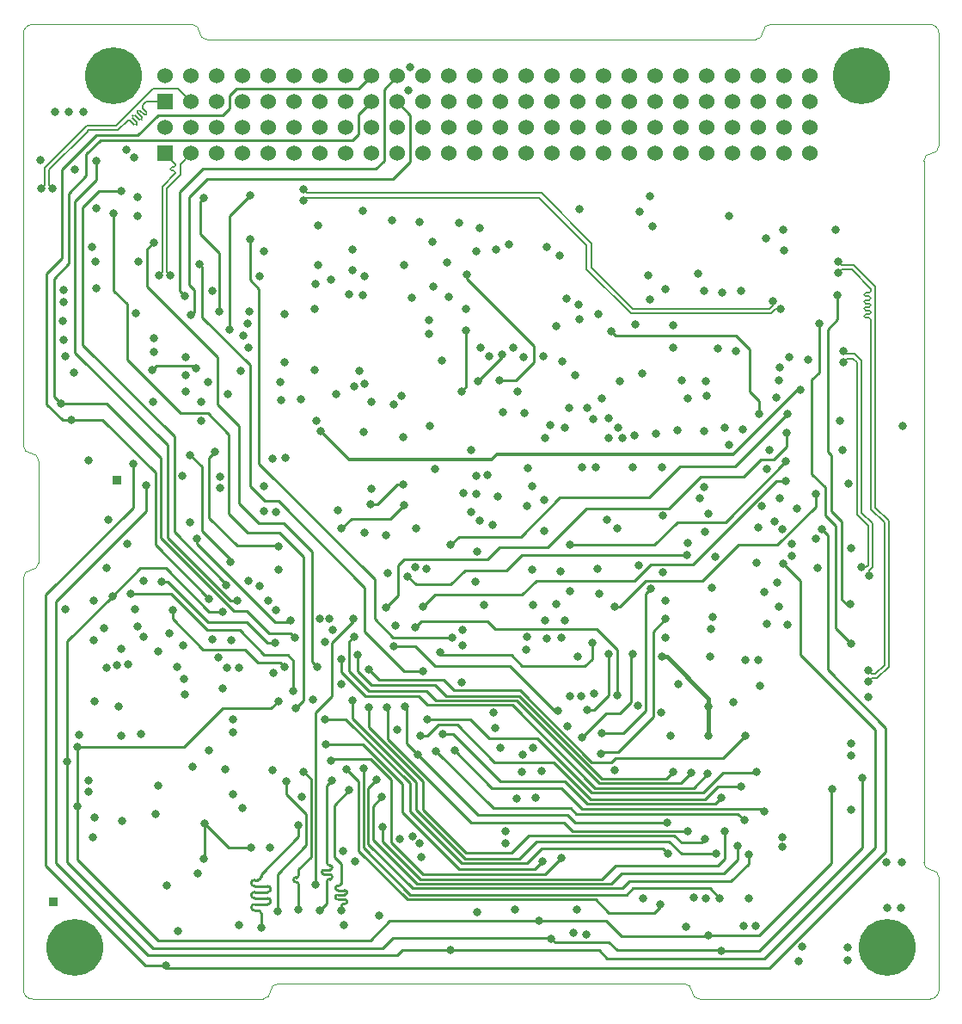
<source format=gbr>
%TF.GenerationSoftware,KiCad,Pcbnew,6.0.7-f9a2dced07~116~ubuntu20.04.1*%
%TF.CreationDate,2022-10-11T04:26:53+03:00*%
%TF.ProjectId,obc-adcs-board,6f62632d-6164-4637-932d-626f6172642e,rev?*%
%TF.SameCoordinates,PX3e2df80PY83e4a60*%
%TF.FileFunction,Copper,L3,Inr*%
%TF.FilePolarity,Positive*%
%FSLAX46Y46*%
G04 Gerber Fmt 4.6, Leading zero omitted, Abs format (unit mm)*
G04 Created by KiCad (PCBNEW 6.0.7-f9a2dced07~116~ubuntu20.04.1) date 2022-10-11 04:26:53*
%MOMM*%
%LPD*%
G01*
G04 APERTURE LIST*
%TA.AperFunction,Profile*%
%ADD10C,0.100000*%
%TD*%
%TA.AperFunction,ComponentPad*%
%ADD11C,5.600000*%
%TD*%
%TA.AperFunction,ComponentPad*%
%ADD12R,0.850000X0.850000*%
%TD*%
%TA.AperFunction,ComponentPad*%
%ADD13R,1.530000X1.530000*%
%TD*%
%TA.AperFunction,ComponentPad*%
%ADD14C,1.530000*%
%TD*%
%TA.AperFunction,ViaPad*%
%ADD15C,0.800000*%
%TD*%
%TA.AperFunction,Conductor*%
%ADD16C,0.400000*%
%TD*%
%TA.AperFunction,Conductor*%
%ADD17C,0.350000*%
%TD*%
%TA.AperFunction,Conductor*%
%ADD18C,0.250000*%
%TD*%
%TA.AperFunction,Conductor*%
%ADD19C,0.150000*%
%TD*%
G04 APERTURE END LIST*
D10*
X1600000Y43065000D02*
X1600000Y53065000D01*
X66685000Y120000D02*
X89370000Y120000D01*
X850000Y42315000D02*
G75*
G03*
X100000Y41565000I0J-750000D01*
G01*
X65935000Y870000D02*
G75*
G03*
X65185000Y1620000I-750000J0D01*
G01*
X72185000Y94510000D02*
G75*
G03*
X72935000Y95260000I0J750000D01*
G01*
X90270000Y12065000D02*
X90270000Y1020000D01*
X850000Y42315000D02*
G75*
G03*
X1600000Y43065000I0J750000D01*
G01*
X25185000Y1620000D02*
G75*
G03*
X24435000Y870000I0J-750000D01*
G01*
X18185000Y94510000D02*
X72185000Y94510000D01*
X100000Y41565000D02*
X100000Y1010000D01*
X73685000Y96010000D02*
G75*
G03*
X72935000Y95260000I0J-750000D01*
G01*
X1000000Y96010000D02*
G75*
G03*
X100000Y95110000I0J-900000D01*
G01*
X100000Y1010000D02*
G75*
G03*
X1000000Y110000I900000J0D01*
G01*
X88770000Y13565000D02*
X88770000Y82565000D01*
X90270000Y12065000D02*
G75*
G03*
X89520000Y12815000I-750000J0D01*
G01*
X89520000Y83315000D02*
G75*
G03*
X88770000Y82565000I0J-750000D01*
G01*
X88770000Y13565000D02*
G75*
G03*
X89520000Y12815000I750000J0D01*
G01*
X25185000Y1620000D02*
X65185000Y1620000D01*
X73685000Y96010000D02*
X89370000Y96010000D01*
X89520000Y83315000D02*
G75*
G03*
X90270000Y84065000I0J750000D01*
G01*
X89370000Y120000D02*
G75*
G03*
X90270000Y1020000I0J900000D01*
G01*
X1600000Y53065000D02*
G75*
G03*
X850000Y53815000I-750000J0D01*
G01*
X23685000Y120000D02*
G75*
G03*
X24435000Y870000I0J750000D01*
G01*
X90270000Y95110000D02*
G75*
G03*
X89370000Y96010000I-900000J0D01*
G01*
X17435000Y95260000D02*
G75*
G03*
X18185000Y94510000I750000J0D01*
G01*
X100000Y54565000D02*
G75*
G03*
X850000Y53815000I750000J0D01*
G01*
X1000000Y96010000D02*
X16685000Y96010000D01*
X90270000Y95110000D02*
X90270000Y84065000D01*
X100000Y95110000D02*
X100000Y54565000D01*
X17435000Y95260000D02*
G75*
G03*
X16685000Y96010000I-750000J0D01*
G01*
X23685000Y120000D02*
X1000000Y110000D01*
X65935000Y870000D02*
G75*
G03*
X66685000Y120000I750000J0D01*
G01*
D11*
%TO.N,unconnected-(H4-Pad1)*%
%TO.C,H2*%
X82630000Y90930000D03*
%TD*%
%TO.N,unconnected-(H1-Pad1)*%
%TO.C,H3*%
X5180000Y5190000D03*
%TD*%
%TO.N,AC_GND_2*%
%TO.C,H4*%
X85170000Y5210000D03*
%TD*%
%TO.N,AC_GND_1*%
%TO.C,H1*%
X8990000Y90930000D03*
%TD*%
D12*
%TO.N,/OBC module/3V3_PROT*%
%TO.C,J10*%
X3000000Y9700000D03*
%TD*%
D13*
%TO.N,CAN1-*%
%TO.C,J1*%
X14048000Y83309000D03*
D14*
%TO.N,unconnected-(J1-Pad02)*%
X14048000Y85849000D03*
%TO.N,CAN1+*%
X16588000Y83309000D03*
%TO.N,unconnected-(J1-Pad04)*%
X16588000Y85849000D03*
%TO.N,unconnected-(J1-Pad05)*%
X19128000Y83309000D03*
%TO.N,unconnected-(J1-Pad06)*%
X19128000Y85849000D03*
%TO.N,unconnected-(J1-Pad07)*%
X21668000Y83309000D03*
%TO.N,unconnected-(J1-Pad08)*%
X21668000Y85849000D03*
%TO.N,unconnected-(J1-Pad09)*%
X24208000Y83309000D03*
%TO.N,unconnected-(J1-Pad10)*%
X24208000Y85849000D03*
%TO.N,unconnected-(J1-Pad11)*%
X26748000Y83309000D03*
%TO.N,unconnected-(J1-Pad12)*%
X26748000Y85849000D03*
%TO.N,unconnected-(J1-Pad13)*%
X29288000Y83309000D03*
%TO.N,unconnected-(J1-Pad14)*%
X29288000Y85849000D03*
%TO.N,unconnected-(J1-Pad15)*%
X31828000Y83309000D03*
%TO.N,unconnected-(J1-Pad16)*%
X31828000Y85849000D03*
%TO.N,unconnected-(J1-Pad17)*%
X34368000Y83309000D03*
%TO.N,unconnected-(J1-Pad18)*%
X34368000Y85849000D03*
%TO.N,unconnected-(J1-Pad19)*%
X36908000Y83309000D03*
%TO.N,unconnected-(J1-Pad20)*%
X36908000Y85849000D03*
%TO.N,unconnected-(J1-Pad21)*%
X39448000Y83309000D03*
%TO.N,unconnected-(J1-Pad22)*%
X39448000Y85849000D03*
%TO.N,unconnected-(J1-Pad23)*%
X41988000Y83309000D03*
%TO.N,unconnected-(J1-Pad24)*%
X41988000Y85849000D03*
%TO.N,unconnected-(J1-Pad25)*%
X44528000Y83309000D03*
%TO.N,unconnected-(J1-Pad26)*%
X44528000Y85849000D03*
%TO.N,unconnected-(J1-Pad27)*%
X47068000Y83309000D03*
%TO.N,unconnected-(J1-Pad28)*%
X47068000Y85849000D03*
%TO.N,unconnected-(J1-Pad29)*%
X49608000Y83309000D03*
%TO.N,unconnected-(J1-Pad30)*%
X49608000Y85849000D03*
%TO.N,unconnected-(J1-Pad31)*%
X52148000Y83309000D03*
%TO.N,unconnected-(J1-Pad32)*%
X52148000Y85849000D03*
%TO.N,unconnected-(J1-Pad33)*%
X54688000Y83309000D03*
%TO.N,unconnected-(J1-Pad34)*%
X54688000Y85849000D03*
%TO.N,unconnected-(J1-Pad35)*%
X57228000Y83309000D03*
%TO.N,unconnected-(J1-Pad36)*%
X57228000Y85849000D03*
%TO.N,unconnected-(J1-Pad37)*%
X59768000Y83309000D03*
%TO.N,unconnected-(J1-Pad38)*%
X59768000Y85849000D03*
%TO.N,unconnected-(J1-Pad39)*%
X62308000Y83309000D03*
%TO.N,unconnected-(J1-Pad40)*%
X62308000Y85849000D03*
%TO.N,/I2C_MTQ_SDA*%
X64848000Y83309000D03*
%TO.N,unconnected-(J1-Pad42)*%
X64848000Y85849000D03*
%TO.N,/I2C_MTQ_SCK*%
X67388000Y83309000D03*
%TO.N,unconnected-(J1-Pad44)*%
X67388000Y85849000D03*
%TO.N,GND*%
X69928000Y83309000D03*
X69928000Y85849000D03*
%TO.N,/EPS_3V3_ADCS*%
X72468000Y83309000D03*
%TO.N,/EPS_3V3_SU*%
X72468000Y85849000D03*
%TO.N,/EPS_3V3_OBC*%
X75008000Y83309000D03*
%TO.N,/EPS_3V3_RW*%
X75008000Y85849000D03*
%TO.N,unconnected-(J1-Pad51)*%
X77548000Y83309000D03*
%TO.N,/EPS_5V_SU*%
X77548000Y85849000D03*
%TD*%
D13*
%TO.N,CAN2-*%
%TO.C,J2*%
X14048000Y88389000D03*
D14*
%TO.N,unconnected-(J5-Pad02)*%
X14048000Y90929000D03*
%TO.N,CAN2+*%
X16588000Y88389000D03*
%TO.N,unconnected-(J5-Pad04)*%
X16588000Y90929000D03*
%TO.N,unconnected-(J5-Pad05)*%
X19128000Y88389000D03*
%TO.N,unconnected-(J5-Pad06)*%
X19128000Y90929000D03*
%TO.N,unconnected-(J5-Pad07)*%
X21668000Y88389000D03*
%TO.N,unconnected-(J5-Pad08)*%
X21668000Y90929000D03*
%TO.N,unconnected-(J5-Pad09)*%
X24208000Y88389000D03*
%TO.N,unconnected-(J5-Pad10)*%
X24208000Y90929000D03*
%TO.N,unconnected-(J5-Pad11)*%
X26748000Y88389000D03*
%TO.N,unconnected-(J5-Pad12)*%
X26748000Y90929000D03*
%TO.N,unconnected-(J5-Pad13)*%
X29288000Y88389000D03*
%TO.N,unconnected-(J5-Pad14)*%
X29288000Y90929000D03*
%TO.N,unconnected-(J5-Pad15)*%
X31828000Y88389000D03*
%TO.N,unconnected-(J5-Pad16)*%
X31828000Y90929000D03*
%TO.N,/OBC_UART_TX*%
X34368000Y88389000D03*
%TO.N,/OBC_UART_RX*%
X34368000Y90929000D03*
%TO.N,/ADCS_UART_TX*%
X36908000Y88389000D03*
%TO.N,/ADCS_UART_RX*%
X36908000Y90929000D03*
%TO.N,unconnected-(J5-Pad21)*%
X39448000Y88389000D03*
%TO.N,unconnected-(J5-Pad22)*%
X39448000Y90929000D03*
%TO.N,unconnected-(J5-Pad23)*%
X41988000Y88389000D03*
%TO.N,unconnected-(J5-Pad24)*%
X41988000Y90929000D03*
%TO.N,unconnected-(J5-Pad25)*%
X44528000Y88389000D03*
%TO.N,unconnected-(J5-Pad26)*%
X44528000Y90929000D03*
%TO.N,unconnected-(J5-Pad27)*%
X47068000Y88389000D03*
%TO.N,unconnected-(J5-Pad28)*%
X47068000Y90929000D03*
%TO.N,GND*%
X49608000Y88389000D03*
X49608000Y90929000D03*
X52148000Y88389000D03*
X52148000Y90929000D03*
%TO.N,unconnected-(J5-Pad33)*%
X54688000Y88389000D03*
%TO.N,unconnected-(J5-Pad34)*%
X54688000Y90929000D03*
%TO.N,unconnected-(J5-Pad35)*%
X57228000Y88389000D03*
%TO.N,unconnected-(J5-Pad36)*%
X57228000Y90929000D03*
%TO.N,unconnected-(J5-Pad37)*%
X59768000Y88389000D03*
%TO.N,unconnected-(J5-Pad38)*%
X59768000Y90929000D03*
%TO.N,unconnected-(J5-Pad39)*%
X62308000Y88389000D03*
%TO.N,unconnected-(J5-Pad40)*%
X62308000Y90929000D03*
%TO.N,unconnected-(J5-Pad41)*%
X64848000Y88389000D03*
%TO.N,unconnected-(J5-Pad42)*%
X64848000Y90929000D03*
%TO.N,unconnected-(J5-Pad43)*%
X67388000Y88389000D03*
%TO.N,unconnected-(J5-Pad44)*%
X67388000Y90929000D03*
%TO.N,unconnected-(J5-Pad45)*%
X69928000Y88389000D03*
%TO.N,unconnected-(J5-Pad46)*%
X69928000Y90929000D03*
%TO.N,/EPS_5V_PANELS*%
X72468000Y88389000D03*
%TO.N,/EPS_5V_ADM*%
X72468000Y90929000D03*
%TO.N,/EPS_12V_SU*%
X75008000Y88389000D03*
%TO.N,unconnected-(J5-Pad50)*%
X75008000Y90929000D03*
%TO.N,/EPS_5V_ADM*%
X77548000Y88389000D03*
%TO.N,unconnected-(J5-Pad52)*%
X77548000Y90929000D03*
%TD*%
D12*
%TO.N,/ADCS_VDD*%
%TO.C,J18*%
X9300000Y51200000D03*
%TD*%
D15*
%TO.N,/OBC module/3V3_LCLPROT_NAND*%
X19450000Y51500000D03*
X47298620Y57825500D03*
%TO.N,GND*%
X81600000Y18700000D03*
X47600000Y16600000D03*
X25200000Y42400000D03*
X33550000Y69400000D03*
X23800000Y48100000D03*
X35150000Y8300000D03*
X10300000Y44900000D03*
X43411765Y49939356D03*
X15273056Y32773056D03*
X74800000Y16000000D03*
X48300000Y64200000D03*
X72600000Y30900000D03*
X75000000Y73800000D03*
X74950000Y75800000D03*
X11450000Y72650000D03*
X74100000Y47100000D03*
X55000000Y29900000D03*
X22300000Y41300000D03*
X33550000Y77700000D03*
X67800000Y36500000D03*
X64100000Y66400000D03*
X44800000Y44125500D03*
X67300000Y60900000D03*
X28800000Y68000000D03*
X11100000Y38500000D03*
X32650000Y60400000D03*
X81600000Y44500000D03*
X76775000Y5300000D03*
X49400000Y57800000D03*
X5200000Y81700000D03*
X65350000Y7200000D03*
X43366241Y34898540D03*
X21740000Y65430000D03*
X50254992Y38855008D03*
X75775500Y43700000D03*
X83300000Y29800000D03*
X8500000Y47300000D03*
X68000000Y37700000D03*
X81600000Y25300000D03*
X30600000Y36400000D03*
X38674500Y42600000D03*
X58700000Y56350000D03*
X6500000Y53100000D03*
X58600000Y46400000D03*
X15975980Y30075517D03*
X70750000Y69800000D03*
X46000000Y63400000D03*
X61000000Y61700000D03*
X67550000Y47900000D03*
X67687701Y33787701D03*
X28920000Y56990000D03*
X7200000Y72700000D03*
X76475000Y3800000D03*
X12950000Y65100000D03*
X59050000Y55300000D03*
X47900000Y74400000D03*
X51390000Y49199989D03*
X54600000Y8900000D03*
X29775500Y35249989D03*
X21350000Y7400000D03*
X40000000Y66900000D03*
X4100000Y65000000D03*
X16074000Y63300000D03*
X53900000Y29900000D03*
X17600000Y57000000D03*
X4100000Y68700000D03*
X24200000Y39275500D03*
X48550000Y8900000D03*
X38800000Y46400000D03*
X56250000Y57150000D03*
X29250000Y37550000D03*
X44800000Y8700000D03*
X34400000Y50350000D03*
X11300000Y36800000D03*
X48700000Y19826944D03*
X33723056Y60676944D03*
X44710000Y51560000D03*
X46650000Y73900000D03*
X38150000Y91850000D03*
X44200000Y54100000D03*
X17250000Y12500000D03*
X47100000Y24800000D03*
X66100000Y10100000D03*
X69600000Y54649500D03*
X45449500Y38925500D03*
X25000000Y48000000D03*
X41300000Y62950000D03*
X6500000Y20500000D03*
X10400000Y33050000D03*
X25800000Y67470000D03*
X33675500Y46000000D03*
X53400000Y56350000D03*
X73200000Y75000000D03*
X28900000Y70499500D03*
X6900000Y16000000D03*
X9300000Y32950000D03*
X8300000Y32700000D03*
X21700000Y18900000D03*
X62387701Y55712299D03*
X81324500Y50800000D03*
X53100000Y35700000D03*
X38000000Y89500000D03*
X80124500Y75800000D03*
X25800000Y62800000D03*
X55571636Y6503924D03*
X66500000Y71500000D03*
X39100000Y76600000D03*
X49250000Y24174500D03*
X35850000Y45750000D03*
X19500000Y50400000D03*
X64600000Y31100000D03*
X30250000Y37500000D03*
X64100000Y64200000D03*
X67100000Y56000000D03*
X23800000Y50600000D03*
X72500000Y33438030D03*
X49700000Y35800000D03*
X37600008Y72300000D03*
X80550000Y57000000D03*
X69600000Y77200000D03*
X44230000Y48000000D03*
X38400000Y16150000D03*
X24600000Y22600000D03*
X5540500Y26100000D03*
X31700000Y7400000D03*
X8300000Y42500000D03*
X40000000Y65589500D03*
X65500000Y44950000D03*
X18675500Y69800000D03*
X51500000Y37400000D03*
X15300000Y6800000D03*
X37300000Y59500000D03*
X86600000Y13600000D03*
X22150000Y66575000D03*
X63800000Y26000000D03*
X78100000Y45400000D03*
X15750000Y51550000D03*
X20700000Y27600000D03*
X60700000Y42800000D03*
X74800000Y15100000D03*
X27500000Y20000000D03*
X20150000Y32700000D03*
X19300000Y33750000D03*
X23400000Y71200000D03*
X1800000Y82700000D03*
X25875431Y53399971D03*
X45000000Y47200000D03*
X16100000Y61500000D03*
X67400000Y59500000D03*
X31600000Y14700000D03*
X7000000Y35400000D03*
X85100000Y13600000D03*
X52950000Y73250000D03*
X43373809Y36404080D03*
X53600000Y69025500D03*
X72200000Y7350000D03*
X75550000Y63250000D03*
X74600000Y49400000D03*
X16500000Y47000000D03*
X40500000Y70200000D03*
X39150000Y15450000D03*
X24700000Y32224500D03*
X22375500Y67800000D03*
X56503904Y52400000D03*
X11190000Y67560000D03*
X42000000Y69200000D03*
X8000000Y36600000D03*
X51450000Y55350000D03*
X52600000Y66300000D03*
X46350000Y28324500D03*
X66750000Y49350000D03*
X74550000Y62250000D03*
X16100000Y59900000D03*
X13100000Y18300000D03*
X73050000Y40200000D03*
X63050000Y47675500D03*
X36702141Y36857492D03*
X54900000Y67000000D03*
X73303571Y37000000D03*
X74850000Y46350000D03*
X44700000Y73700000D03*
X68200000Y43600000D03*
X64900000Y61000000D03*
X33700000Y71249511D03*
X60598056Y29001944D03*
%TO.N,/ADCS_VDD*%
X11900000Y41300000D03*
X64500000Y56100000D03*
X7300000Y77900000D03*
X44710000Y49800000D03*
X67100000Y69800000D03*
X60400000Y66500000D03*
X52000000Y56550000D03*
X69150000Y56300000D03*
X58300000Y22600000D03*
X68900000Y69600000D03*
X75775500Y44900000D03*
X44600000Y41200000D03*
X70950000Y56200000D03*
X4200000Y63400000D03*
X73300000Y52300000D03*
X36550000Y58600000D03*
X76300000Y48400000D03*
X74350000Y41100000D03*
X74500000Y38700000D03*
X31100000Y48200000D03*
X75350000Y36950000D03*
X23800000Y73700000D03*
X70000000Y29300000D03*
X65500000Y59200000D03*
X57100000Y59200000D03*
X55600000Y58250000D03*
X7240000Y70070000D03*
X77400000Y63000000D03*
X53800000Y58300000D03*
X24600000Y53300000D03*
X46600000Y26800000D03*
X61800000Y68974500D03*
X61600000Y71300000D03*
X56300000Y30200000D03*
X71500000Y10000000D03*
X63300000Y70000000D03*
X36400000Y76700000D03*
X12862299Y58862299D03*
X72800000Y48600000D03*
%TO.N,/OBC module/3V3_LCLPROT_MRAM*%
X67600000Y26000000D03*
X67600000Y28900000D03*
X62950000Y33800000D03*
%TO.N,/ADCS module/Microcontroller/MCU_VDDCORE*%
X62900000Y28300000D03*
X71200000Y33500000D03*
X45803305Y51672096D03*
X46280000Y46754500D03*
X53650000Y26975500D03*
X57700000Y55300000D03*
X72500000Y46500000D03*
X43300000Y31300000D03*
%TO.N,/OBC module/3V3_PROT*%
X57750000Y57250000D03*
X47600000Y15400000D03*
X72300000Y43000000D03*
X20700000Y26400000D03*
X17600000Y58900000D03*
X67300000Y10000000D03*
X49600000Y34500000D03*
X63100000Y42100000D03*
X9800000Y17600000D03*
X61100000Y10000000D03*
X23336186Y40776577D03*
X12950000Y63750000D03*
X19700000Y30700000D03*
X68496928Y64136036D03*
X20199500Y59600000D03*
X63300000Y39300000D03*
X51400000Y46200000D03*
X28800000Y62000000D03*
X56600000Y42450000D03*
X38350000Y69100000D03*
X60800000Y77600000D03*
X7000000Y39300000D03*
X24400000Y15000000D03*
X46800000Y49599500D03*
X18250000Y60800000D03*
X14200000Y11300000D03*
X67200000Y46050000D03*
X54400000Y61500000D03*
X20000000Y22700000D03*
X73600000Y54100000D03*
X18700000Y35500000D03*
X21537701Y61937701D03*
X20550000Y35430000D03*
X51650000Y74100000D03*
X45000000Y76000000D03*
X22300000Y64225000D03*
X45100000Y64200000D03*
X7100000Y18000000D03*
X74222701Y59300000D03*
X49200000Y22500000D03*
X39800000Y42449000D03*
X43000000Y76500000D03*
X32500000Y71800000D03*
X60100000Y52400000D03*
X67150000Y50450000D03*
X62050000Y76150000D03*
X63350000Y35650000D03*
X30900000Y59600000D03*
X50300000Y24850000D03*
X61800000Y79150000D03*
X37200000Y15900000D03*
%TO.N,/OBC module/MCU_VDDCORE*%
X36000000Y42000000D03*
X51600000Y35600000D03*
X39250000Y14050000D03*
X32800000Y13700000D03*
X20700000Y20300000D03*
X50500000Y19900000D03*
X21350000Y32700000D03*
%TO.N,ADM_PD*%
X76600000Y60100000D03*
X29400000Y56000000D03*
%TO.N,/ADCS module/MAG_FUSE*%
X11900000Y35800000D03*
X9500000Y28900000D03*
%TO.N,/EPS_3V3_OBC*%
X4100000Y69900000D03*
%TO.N,/EPS_3V3_ADCS*%
X4000000Y66800000D03*
%TO.N,/EPS_3V3_RW*%
X86700000Y56500000D03*
%TO.N,/OBC module/MEM_NAND_ENABLE_1*%
X25187701Y44687701D03*
X19000000Y54000000D03*
%TO.N,/OBC module/MEM_NAND_ENABLE_2*%
X16500000Y53650000D03*
X20450000Y43100000D03*
%TO.N,/OBC module/MEM_NAND_WR_PROTECT*%
X17200000Y45400000D03*
X26450000Y37400000D03*
%TO.N,/OBC module/MEM_D0*%
X38900000Y24150000D03*
X37700000Y28900000D03*
X63500000Y17500000D03*
%TO.N,/OBC module/MEM_D1*%
X65500000Y16600000D03*
X35900000Y28800000D03*
%TO.N,/OBC module/MEM_D2*%
X34100000Y28800000D03*
X67200000Y15850000D03*
%TO.N,/OBC module/MEM_D3*%
X32500000Y29500000D03*
X68300000Y14400000D03*
%TO.N,/OBC module/MEM_D4*%
X58600000Y30000000D03*
X38700000Y36700000D03*
%TO.N,/OBC module/MEM_D5*%
X37550000Y48700000D03*
X31375500Y33550000D03*
X31400000Y46400000D03*
X67500000Y22300000D03*
%TO.N,/OBC module/MEM_D6*%
X34250000Y48800000D03*
X37500000Y50750000D03*
X65831600Y22356199D03*
X32700000Y35800000D03*
%TO.N,/OBC module/MEM_D7*%
X64100000Y22500000D03*
X33009668Y33940332D03*
%TO.N,/OBC module/LCL_MRAM_SET*%
X61900000Y40500000D03*
X57100000Y26250000D03*
%TO.N,/OBC module/LCL_MRAM_RST*%
X63300000Y37500000D03*
X56950000Y24250000D03*
%TO.N,/OBC module/LCL_CAN_1_SET*%
X47004429Y60955706D03*
X43800000Y71400000D03*
%TO.N,/OBC module/LCL_CAN_1_RST*%
X43250000Y59925000D03*
X43700000Y65900000D03*
%TO.N,/OBC module/LCL_CAN1_OP-AMP_OUT*%
X58000000Y65800000D03*
X72550000Y57650000D03*
%TO.N,/I2C_MTQ_SDA*%
X78274500Y42500000D03*
X65400000Y43800000D03*
X37950000Y41724500D03*
%TO.N,/I2C_MTQ_SCK*%
X53900000Y40275500D03*
X24970104Y38375431D03*
X80800000Y54100000D03*
%TO.N,/OBC module/Connectors/SU_SWCLK*%
X80300000Y69350000D03*
X81549312Y38950688D03*
%TO.N,/OBC module/Connectors/SU_SWDIO*%
X81600000Y35100000D03*
X78450000Y66550000D03*
%TO.N,/ADCS_SWDIO*%
X10900000Y52800000D03*
X78729735Y46347576D03*
X14100000Y3400000D03*
%TO.N,/OBC_UART_TX*%
X3800000Y58700000D03*
X26850000Y35650000D03*
%TO.N,/OBC_UART_RX*%
X18400000Y39500000D03*
X4786638Y57093772D03*
%TO.N,/ADCS_UART_TX*%
X16600000Y67400000D03*
%TO.N,/ADCS_UART_RX*%
X16000000Y69300000D03*
%TO.N,/ADCS_SWCLK*%
X12200000Y50700000D03*
X74900000Y42950000D03*
X42200000Y4900000D03*
%TO.N,/ADCS_RESET*%
X5050000Y61750000D03*
X56800000Y40000000D03*
%TO.N,/EPS_5V_PANELS*%
X6510000Y21630000D03*
X71000000Y7300000D03*
X81600000Y24110000D03*
X54260000Y6670000D03*
%TO.N,/OBC module/MCU_SWCLK*%
X26700000Y30450000D03*
X10675000Y40000000D03*
%TO.N,/OBC module/MCU_SWDIO*%
X24900000Y35200000D03*
X13700000Y41200000D03*
%TO.N,/OBC module/ADM_DEPLOY_1*%
X75200000Y51100000D03*
X39450000Y38750000D03*
%TO.N,/OBC module/ADM_DEPLOY_2*%
X53900000Y44800000D03*
X75200000Y53000000D03*
%TO.N,/OBC module/ADM_DEPLOY_3*%
X56100000Y35200000D03*
X58300000Y38700000D03*
X41100000Y34200000D03*
X78100000Y49800000D03*
%TO.N,/OBC module/ADM_ENABLE_1*%
X42200000Y44800000D03*
X75350000Y57650000D03*
%TO.N,/OBC module/ADM_ENABLE_2*%
X75300000Y55850000D03*
X35800000Y38600000D03*
%TO.N,/OBC module/I2C_SDA_PANELS*%
X67600000Y6350000D03*
X5440000Y19060000D03*
X5440000Y24880000D03*
X79750000Y20740000D03*
X50900000Y7800000D03*
X25200000Y29400000D03*
%TO.N,/OBC module/I2C_SCK_PANELS*%
X8850000Y39750000D03*
X82700000Y21900000D03*
X52100000Y6050000D03*
X4410000Y23520000D03*
X68800000Y4850000D03*
X19700000Y38200000D03*
%TO.N,/OBC module/MCU_TRACECLK*%
X27200000Y17200000D03*
X23500000Y7100000D03*
%TO.N,/OBC module/MCU_TRACED_3*%
X26000000Y21500000D03*
X25126944Y8773056D03*
%TO.N,/OBC module/MCU_TRACED_2*%
X27200000Y8900000D03*
X27700000Y22500000D03*
%TO.N,/OBC module/MCU_TRACED_1*%
X29300000Y8800000D03*
X30500000Y21600000D03*
%TO.N,/OBC module/MCU_TRACED_0*%
X32200000Y20700000D03*
X31400000Y8800000D03*
%TO.N,/OBC module/MEM_MRAM_ENABLE*%
X62800000Y9400000D03*
X31900000Y22700000D03*
%TO.N,/OBC module/MEM_MRAM_WR_ENABLE*%
X33600000Y22800000D03*
X68700000Y10000000D03*
%TO.N,/ADCS module/Magnetometer/XINP*%
X7100000Y29400000D03*
X13400000Y21100000D03*
%TO.N,/ADCS module/Magnetometer/YINP*%
X18400000Y24600000D03*
X11700000Y26200000D03*
%TO.N,/ADCS module/Magnetometer/YINN*%
X16800000Y23000000D03*
X9700000Y26000000D03*
%TO.N,/ADCS module/I2C_SDA_SENS*%
X70250000Y63900000D03*
X74500000Y60950000D03*
X55150000Y52400000D03*
%TO.N,/ADCS module/MAG_CS*%
X15900000Y31600000D03*
X51100000Y22550000D03*
%TO.N,/ADCS module/GYR_MISO*%
X32200000Y69450000D03*
X49350000Y63250000D03*
X43700000Y68000000D03*
X30400000Y70900000D03*
X25450000Y59010000D03*
X41800000Y72600000D03*
%TO.N,/ADCS module/GYR_CS3*%
X57600000Y47300000D03*
X37500000Y55400000D03*
X40600000Y52300000D03*
X34400000Y58900000D03*
%TO.N,/ADCS module/GYR_CS2*%
X56700000Y67500000D03*
X58800000Y60900000D03*
%TO.N,/ADCS module/GYR_CS1*%
X60300000Y55600000D03*
X40100000Y56500000D03*
%TO.N,/OBC module/I2C_SDA_SENS*%
X17950000Y17400000D03*
X22550000Y15050000D03*
X17900000Y13950000D03*
%TO.N,/OBC module/LCL_PWM_CAN1*%
X44900000Y60900000D03*
X47200000Y63500000D03*
%TO.N,/OBC module/LCL_PWM_MRAM*%
X55150000Y25850000D03*
X60087299Y34087299D03*
%TO.N,/OBC module/LCL_PWM_NAND*%
X57700000Y34100000D03*
X55600000Y28600000D03*
%TO.N,/ADCS module/MAG_DRDY*%
X9700000Y34600000D03*
X36900000Y26600000D03*
%TO.N,/ADCS module/GYR_MOSI*%
X27400000Y59100000D03*
X54900000Y77800000D03*
X33200000Y61900000D03*
X53150000Y62850000D03*
X54800000Y68400000D03*
X48800000Y59900000D03*
X62950000Y52400000D03*
%TO.N,/ADCS module/GYR_SPCK*%
X29150000Y72350000D03*
X40400000Y74600000D03*
X51300000Y63400000D03*
X25400000Y60800000D03*
%TO.N,/ADCS module/MAG_SPCK*%
X28634668Y29565332D03*
X13386732Y34315109D03*
X54650000Y33850000D03*
%TO.N,/ADCS module/MAG_MOSI*%
X15800000Y34900000D03*
X53400000Y37400000D03*
X31400000Y31100000D03*
%TO.N,/ADCS module/MAG_MISO*%
X4252345Y38500000D03*
X14500000Y36100000D03*
X52600000Y39000000D03*
%TO.N,/OBC module/MEM_A20*%
X32550000Y37550000D03*
X28900000Y11400000D03*
%TO.N,/OBC module/MEM_A5*%
X35450000Y17050000D03*
X69200000Y16600000D03*
%TO.N,/OBC module/MEM_A6*%
X35400000Y20000000D03*
X70400000Y15200000D03*
%TO.N,/OBC module/MEM_A7*%
X34900000Y21700000D03*
X71500000Y14350000D03*
%TO.N,/OBC module/MEM_A8*%
X40750000Y24500000D03*
X71100000Y17700000D03*
%TO.N,/OBC module/MEM_A9*%
X73100000Y18600000D03*
X42550000Y24600000D03*
%TO.N,/OBC module/MEM_A10*%
X71200000Y26000000D03*
X34100000Y32500000D03*
%TO.N,/OBC module/MEM_A11*%
X72300000Y22500000D03*
X39887877Y27669050D03*
%TO.N,/OBC module/MEM_A12*%
X39200000Y26050000D03*
X70800000Y21000000D03*
%TO.N,/OBC module/MEM_A13*%
X68800000Y19900000D03*
X41400000Y26150000D03*
%TO.N,/OBC module/MEM_MRAM_OUT_ENABLE*%
X63600000Y14400000D03*
X29800000Y27650000D03*
%TO.N,/OBC module/MEM_A17*%
X53040000Y13980000D03*
X30350000Y23550000D03*
%TO.N,/OBC module/MEM_A18*%
X29900000Y25200000D03*
X51250000Y13700000D03*
%TO.N,/OBC module/MEM_A19*%
X52720273Y28469773D03*
X36600000Y34800000D03*
%TO.N,/ADCS module/CAN_TX_1*%
X49700000Y48600000D03*
X29150000Y76250000D03*
%TO.N,/ADCS module/CAN_RX_1*%
X50172201Y50544249D03*
X32500000Y73900000D03*
%TO.N,/ADCS module/CAN_TX_2*%
X67900000Y40600000D03*
X11300000Y77175500D03*
%TO.N,/ADCS module/CAN_RX_2*%
X6875394Y74124606D03*
X50200000Y42350000D03*
%TO.N,/ADCS module/CAN_FAULT_2*%
X33600000Y55900000D03*
X49800011Y52350000D03*
%TO.N,/ADCS module/CAN_SILENT_2*%
X53000000Y42200000D03*
X11370000Y79060000D03*
%TO.N,/OBC module/CAN_RX_2*%
X29000000Y32800000D03*
X12910498Y74524500D03*
%TO.N,/OBC module/CAN_FAULT_2*%
X20100000Y40850000D03*
X9700000Y79600000D03*
%TO.N,/OBC module/CAN_TX_1*%
X17400000Y72400000D03*
X39420000Y32380000D03*
%TO.N,/OBC module/CAN_RX_1*%
X42300000Y35700000D03*
X22400000Y74900000D03*
%TO.N,/OBC module/CAN_SILENT_1*%
X17900000Y78900000D03*
X19400000Y67800000D03*
%TO.N,/OBC module/CAN_FAULT_1*%
X22400000Y79200000D03*
X20400000Y66000000D03*
%TO.N,/OBC module/CAN_TX_2*%
X9000000Y77400000D03*
X26900000Y28700000D03*
%TO.N,/OBC module/CAN_SILENT_2*%
X7300000Y82600000D03*
X21200000Y39350000D03*
%TO.N,CAN1-*%
X73875055Y68797621D03*
X83405280Y41811091D03*
X13450000Y71304998D03*
X80849000Y63900000D03*
X27700000Y79750500D03*
%TO.N,CAN1+*%
X27700000Y78650500D03*
X80849000Y62800000D03*
X74652873Y68019803D03*
X14550000Y71304998D03*
X82627462Y42588909D03*
%TO.N,CAN2-*%
X2950000Y79900000D03*
X80325998Y71600000D03*
X10211091Y83658909D03*
X83337163Y32450000D03*
%TO.N,CAN2+*%
X1850000Y79900000D03*
X10988909Y82881091D03*
X83337163Y31350000D03*
X80325998Y72700000D03*
%TO.N,/OBC module/NRST_OBC*%
X25800000Y32800000D03*
X17100000Y62200000D03*
X12800000Y62000000D03*
X14800000Y38400000D03*
%TO.N,AC_GND_1*%
X4600000Y87400000D03*
X3200000Y87400000D03*
X6000000Y87400000D03*
%TO.N,AC_GND_2*%
X85200000Y9100000D03*
X81275000Y5200000D03*
X86500000Y9100000D03*
X81275000Y3900000D03*
%TD*%
D16*
%TO.N,/OBC module/3V3_LCLPROT_MRAM*%
X67600000Y29700000D02*
X67600000Y28900000D01*
X67600000Y26000000D02*
X67600000Y28900000D01*
X63500000Y33800000D02*
X67600000Y29700000D01*
X62950000Y33800000D02*
X63500000Y33800000D01*
D17*
%TO.N,ADM_PD*%
X32160000Y53240000D02*
X29400000Y56000000D01*
X70000000Y53700000D02*
X46700000Y53700000D01*
X46700000Y53700000D02*
X46240000Y53240000D01*
X76600000Y60100000D02*
X76400000Y60100000D01*
X46240000Y53240000D02*
X32160000Y53240000D01*
X76400000Y60100000D02*
X70000000Y53700000D01*
D18*
%TO.N,/OBC module/MEM_NAND_ENABLE_1*%
X25187701Y44687701D02*
X25175402Y44700000D01*
X21125000Y44700000D02*
X18400000Y47425000D01*
X25175402Y44700000D02*
X21125000Y44700000D01*
X18400000Y47425000D02*
X18400000Y53400000D01*
X18400000Y53400000D02*
X19000000Y54000000D01*
%TO.N,/OBC module/MEM_NAND_ENABLE_2*%
X20450000Y43400000D02*
X17650000Y46200000D01*
X17650000Y46200000D02*
X17650000Y52500000D01*
X20450000Y43100000D02*
X20450000Y43400000D01*
X17650000Y52500000D02*
X16500000Y53650000D01*
%TO.N,/OBC module/MEM_NAND_WR_PROTECT*%
X24912307Y37200000D02*
X17200000Y44912307D01*
X26250000Y37200000D02*
X24912307Y37200000D01*
X26450000Y37400000D02*
X26250000Y37200000D01*
X17200000Y44912307D02*
X17200000Y45400000D01*
%TO.N,/OBC module/MEM_D0*%
X38900000Y24150000D02*
X37800000Y25250000D01*
X53700000Y18200000D02*
X44850000Y18200000D01*
X37800000Y28800000D02*
X37700000Y28900000D01*
X44850000Y18200000D02*
X38900000Y24150000D01*
X54400000Y17500000D02*
X53700000Y18200000D01*
X37800000Y25250000D02*
X37800000Y28800000D01*
X63500000Y17500000D02*
X54400000Y17500000D01*
%TO.N,/OBC module/MEM_D1*%
X36000000Y25700000D02*
X44200000Y17500000D01*
X54150480Y16649520D02*
X65450480Y16649520D01*
X36000000Y28700000D02*
X36000000Y25700000D01*
X35900000Y28800000D02*
X36000000Y28700000D01*
X65450480Y16649520D02*
X65500000Y16600000D01*
X53300000Y17500000D02*
X54150480Y16649520D01*
X44200000Y17500000D02*
X53300000Y17500000D01*
%TO.N,/OBC module/MEM_D2*%
X39450000Y21550000D02*
X39450000Y18750000D01*
X39450000Y18750000D02*
X43700000Y14500000D01*
X64200000Y16200000D02*
X64900000Y15500000D01*
X43700000Y14500000D02*
X48200000Y14500000D01*
X49900000Y16200000D02*
X64200000Y16200000D01*
X48200000Y14500000D02*
X49900000Y16200000D01*
X64900000Y15500000D02*
X66850000Y15500000D01*
X66850000Y15500000D02*
X67200000Y15850000D01*
X34100000Y26900000D02*
X39450000Y21550000D01*
X34100000Y28800000D02*
X34100000Y26900000D01*
%TO.N,/OBC module/MEM_D3*%
X63700000Y15600000D02*
X64900000Y14400000D01*
X50600000Y15600000D02*
X63700000Y15600000D01*
X43600000Y13900000D02*
X48900000Y13900000D01*
X64900000Y14400000D02*
X68300000Y14400000D01*
X32500000Y29500000D02*
X32500000Y27700000D01*
X32500000Y27700000D02*
X38750000Y21450000D01*
X38750000Y18750000D02*
X43600000Y13900000D01*
X38750000Y21450000D02*
X38750000Y18750000D01*
X48900000Y13900000D02*
X50600000Y15600000D01*
%TO.N,/OBC module/MEM_D4*%
X56575000Y36525000D02*
X46575000Y36525000D01*
X39300000Y37300000D02*
X38700000Y36700000D01*
X58600000Y30000000D02*
X58600000Y34500000D01*
X46575000Y36525000D02*
X45800000Y37300000D01*
X45800000Y37300000D02*
X39300000Y37300000D01*
X58600000Y34500000D02*
X56575000Y36525000D01*
%TO.N,/OBC module/MEM_D5*%
X32400000Y47400000D02*
X36250000Y47400000D01*
X48250989Y29049011D02*
X56400480Y20899520D01*
X33750000Y29950000D02*
X39000000Y29950000D01*
X31375500Y32324500D02*
X33750000Y29950000D01*
X39900989Y29049011D02*
X48250989Y29049011D01*
X31375500Y33550000D02*
X31375500Y32324500D01*
X56400480Y20899520D02*
X66099520Y20899520D01*
X36250000Y47400000D02*
X37550000Y48700000D01*
X39000000Y29950000D02*
X39900989Y29049011D01*
X31400000Y46400000D02*
X32400000Y47400000D01*
X66099520Y20899520D02*
X67500000Y22300000D01*
%TO.N,/OBC module/MEM_D6*%
X65831600Y22356199D02*
X64824921Y21349520D01*
X48655046Y29498531D02*
X40701469Y29498531D01*
X56804057Y21349520D02*
X48655046Y29498531D01*
X34950000Y48800000D02*
X34250000Y48800000D01*
X34100000Y30450000D02*
X32200000Y32350000D01*
X32200000Y32350000D02*
X32200000Y35300000D01*
X40701469Y29498531D02*
X39750000Y30450000D01*
X39750000Y30450000D02*
X34100000Y30450000D01*
X32200000Y35300000D02*
X32700000Y35800000D01*
X36900000Y50750000D02*
X34950000Y48800000D01*
X37500000Y50750000D02*
X36900000Y50750000D01*
X64824921Y21349520D02*
X56804057Y21349520D01*
%TO.N,/OBC module/MEM_D7*%
X33009668Y33940332D02*
X33009668Y32390332D01*
X63400000Y21800000D02*
X64100000Y22500000D01*
X48894821Y29948051D02*
X57042872Y21800000D01*
X33009668Y32390332D02*
X34400000Y31000000D01*
X57042872Y21800000D02*
X63400000Y21800000D01*
X34400000Y31000000D02*
X40650000Y31000000D01*
X40650000Y31000000D02*
X41701949Y29948051D01*
X41701949Y29948051D02*
X48894821Y29948051D01*
%TO.N,/OBC module/LCL_MRAM_SET*%
X61900000Y40500000D02*
X61400000Y40000000D01*
X61400000Y40000000D02*
X61400000Y28500000D01*
X61400000Y28500000D02*
X59150000Y26250000D01*
X59150000Y26250000D02*
X57100000Y26250000D01*
%TO.N,/OBC module/LCL_MRAM_RST*%
X56950000Y24250000D02*
X57100000Y24400000D01*
X62100000Y36300000D02*
X63300000Y37500000D01*
X62100000Y27850000D02*
X62100000Y36300000D01*
X58650000Y24400000D02*
X62100000Y27850000D01*
X57100000Y24400000D02*
X58650000Y24400000D01*
%TO.N,/OBC module/LCL_CAN_1_SET*%
X50400000Y64400000D02*
X43800000Y71000000D01*
X48555706Y60955706D02*
X50400000Y62800000D01*
X47004429Y60955706D02*
X48555706Y60955706D01*
X43800000Y71000000D02*
X43800000Y71400000D01*
X50400000Y62800000D02*
X50400000Y64400000D01*
%TO.N,/OBC module/LCL_CAN_1_RST*%
X43700000Y60375000D02*
X43700000Y65900000D01*
X43250000Y59925000D02*
X43700000Y60375000D01*
%TO.N,/OBC module/LCL_CAN1_OP-AMP_OUT*%
X71600000Y59900000D02*
X71600000Y64050000D01*
X71600000Y64050000D02*
X70250000Y65400000D01*
X58400000Y65400000D02*
X58000000Y65800000D01*
X72550000Y57650000D02*
X72550000Y58950000D01*
X70250000Y65400000D02*
X58400000Y65400000D01*
X72550000Y58950000D02*
X71600000Y59900000D01*
%TO.N,/I2C_MTQ_SDA*%
X42180000Y40900000D02*
X43580000Y42300000D01*
X43580000Y42300000D02*
X47700000Y42300000D01*
X47700000Y42300000D02*
X49200000Y43800000D01*
X38774500Y40900000D02*
X42180000Y40900000D01*
X49200000Y43800000D02*
X65400000Y43800000D01*
X37950000Y41724500D02*
X38774500Y40900000D01*
%TO.N,/OBC module/Connectors/SU_SWCLK*%
X79300000Y66000000D02*
X79300000Y54000000D01*
X79300000Y54000000D02*
X79700000Y53600000D01*
X80300000Y69350000D02*
X80300000Y67000000D01*
X80300000Y67000000D02*
X79300000Y66000000D01*
X80700000Y39400000D02*
X81149312Y38950688D01*
X80700000Y47100000D02*
X80700000Y39400000D01*
X81149312Y38950688D02*
X81549312Y38950688D01*
X79700000Y53600000D02*
X79700000Y48100000D01*
X79700000Y48100000D02*
X80700000Y47100000D01*
%TO.N,/OBC module/Connectors/SU_SWDIO*%
X78450000Y66550000D02*
X78450000Y61750000D01*
X80100000Y36600000D02*
X81600000Y35100000D01*
X78450000Y61750000D02*
X77750000Y61050000D01*
X79100000Y50450000D02*
X79100000Y47700000D01*
X79100000Y47700000D02*
X80100000Y46700000D01*
X80100000Y46700000D02*
X80100000Y36600000D01*
X77750000Y51800000D02*
X79100000Y50450000D01*
X77750000Y61050000D02*
X77750000Y51800000D01*
%TO.N,/ADCS_SWDIO*%
X2300000Y39900000D02*
X2300000Y13200000D01*
X10900000Y48500000D02*
X2300000Y39900000D01*
X12100000Y3400000D02*
X14100000Y3400000D01*
X85000000Y26800000D02*
X85000000Y14600000D01*
X2300000Y13200000D02*
X12100000Y3400000D01*
X79300000Y45777311D02*
X79300000Y32500000D01*
X14300000Y3200000D02*
X14100000Y3400000D01*
X10900000Y52800000D02*
X10900000Y48500000D01*
X78729735Y46347576D02*
X79300000Y45777311D01*
X79300000Y32500000D02*
X85000000Y26800000D01*
X85000000Y14600000D02*
X73600000Y3200000D01*
X73600000Y3200000D02*
X14300000Y3200000D01*
%TO.N,/OBC_UART_TX*%
X22100000Y38300000D02*
X20850000Y38300000D01*
X33100000Y87121000D02*
X34368000Y88389000D01*
X3100000Y59400000D02*
X3100000Y71000000D01*
X3100000Y71000000D02*
X4600000Y72500000D01*
X26400000Y36100000D02*
X24300000Y36100000D01*
X6300000Y81100000D02*
X6300000Y83230000D01*
X4600000Y79400000D02*
X6300000Y81100000D01*
X7670000Y84600000D02*
X32500000Y84600000D01*
X33100000Y85200000D02*
X33100000Y87121000D01*
X26850000Y35650000D02*
X26400000Y36100000D01*
X20850000Y38300000D02*
X13650000Y45500000D01*
X8300000Y58700000D02*
X3800000Y58700000D01*
X24300000Y36100000D02*
X22100000Y38300000D01*
X6300000Y83230000D02*
X7670000Y84600000D01*
X13650000Y53350000D02*
X8300000Y58700000D01*
X3800000Y58700000D02*
X3100000Y59400000D01*
X4600000Y72500000D02*
X4600000Y79400000D01*
X32500000Y84600000D02*
X33100000Y85200000D01*
X13650000Y45500000D02*
X13650000Y53350000D01*
%TO.N,/OBC_UART_RX*%
X19734922Y87100000D02*
X20400000Y87765078D01*
X21050000Y89650000D02*
X33089000Y89650000D01*
X4786638Y57093772D02*
X7906228Y57093772D01*
X11380000Y85140000D02*
X13340000Y87100000D01*
X2400000Y71500000D02*
X3900000Y73000000D01*
X33089000Y89650000D02*
X34368000Y90929000D01*
X20400000Y89000000D02*
X21050000Y89650000D01*
X13100000Y51900000D02*
X13100000Y44800000D01*
X4786638Y57093772D02*
X3955923Y57093772D01*
X3900000Y81736396D02*
X7303604Y85140000D01*
X2400000Y58649695D02*
X2400000Y71500000D01*
X3900000Y73000000D02*
X3900000Y81736396D01*
X13100000Y44800000D02*
X18400000Y39500000D01*
X13340000Y87100000D02*
X19734922Y87100000D01*
X7303604Y85140000D02*
X11380000Y85140000D01*
X3955923Y57093772D02*
X2400000Y58649695D01*
X20400000Y87765078D02*
X20400000Y89000000D01*
X7906228Y57093772D02*
X13100000Y51900000D01*
%TO.N,/ADCS_UART_TX*%
X38200000Y82500000D02*
X38200000Y87097000D01*
X16400000Y79000000D02*
X18200000Y80800000D01*
X36500000Y80800000D02*
X38200000Y82500000D01*
X16600000Y67400000D02*
X16900000Y67700000D01*
X16900000Y67700000D02*
X16900000Y69900000D01*
X18200000Y80800000D02*
X36500000Y80800000D01*
X16400000Y70400000D02*
X16400000Y79000000D01*
X38200000Y87097000D02*
X36908000Y88389000D01*
X16900000Y69900000D02*
X16400000Y70400000D01*
%TO.N,/ADCS_UART_RX*%
X15500000Y69800000D02*
X15500000Y79500000D01*
X34800000Y81800000D02*
X35600000Y82600000D01*
X35600000Y89621000D02*
X36908000Y90929000D01*
X15500000Y79500000D02*
X17800000Y81800000D01*
X17800000Y81800000D02*
X34800000Y81800000D01*
X16000000Y69300000D02*
X15500000Y69800000D01*
X35600000Y82600000D02*
X35600000Y89621000D01*
%TO.N,/ADCS_SWCLK*%
X84000000Y15000000D02*
X73100000Y4100000D01*
X37400000Y4900000D02*
X42200000Y4900000D01*
X76600000Y41250000D02*
X76600000Y34000000D01*
X3300000Y39200000D02*
X3300000Y13450000D01*
X12200000Y48100000D02*
X3300000Y39200000D01*
X57600000Y4100000D02*
X56800000Y4900000D01*
X73100000Y4100000D02*
X57600000Y4100000D01*
X76600000Y34000000D02*
X84000000Y26600000D01*
X12200000Y50700000D02*
X12200000Y48100000D01*
X36900000Y4400000D02*
X37400000Y4900000D01*
X84000000Y26600000D02*
X84000000Y15000000D01*
X12350000Y4400000D02*
X36900000Y4400000D01*
X56800000Y4900000D02*
X42200000Y4900000D01*
X74900000Y42950000D02*
X76600000Y41250000D01*
X3300000Y13450000D02*
X12350000Y4400000D01*
%TO.N,/OBC module/MCU_SWCLK*%
X14625000Y40000000D02*
X10675000Y40000000D01*
X18225000Y36400000D02*
X14625000Y40000000D01*
X21400000Y36400000D02*
X18225000Y36400000D01*
X26700000Y33425000D02*
X26125000Y34000000D01*
X23800000Y34000000D02*
X21400000Y36400000D01*
X26700000Y30450000D02*
X26700000Y33425000D01*
X26125000Y34000000D02*
X23800000Y34000000D01*
%TO.N,/OBC module/MCU_SWDIO*%
X22100000Y37200000D02*
X24100000Y35200000D01*
X14300000Y41200000D02*
X18300000Y37200000D01*
X24100000Y35200000D02*
X24900000Y35200000D01*
X18300000Y37200000D02*
X22100000Y37200000D01*
X13700000Y41200000D02*
X14300000Y41200000D01*
%TO.N,/OBC module/ADM_DEPLOY_1*%
X61900000Y42900000D02*
X60300000Y41300000D01*
X74246096Y51100000D02*
X66046096Y42900000D01*
X60300000Y41300000D02*
X50600000Y41300000D01*
X75200000Y51100000D02*
X74246096Y51100000D01*
X66046096Y42900000D02*
X61900000Y42900000D01*
X50600000Y41300000D02*
X49200000Y39900000D01*
X49200000Y39900000D02*
X40600000Y39900000D01*
X40600000Y39900000D02*
X39450000Y38750000D01*
%TO.N,/OBC module/ADM_DEPLOY_2*%
X75200000Y53000000D02*
X69220000Y47020000D01*
X69220000Y47020000D02*
X64470114Y47020000D01*
X62250114Y44800000D02*
X53900000Y44800000D01*
X64470114Y47020000D02*
X62250114Y44800000D01*
%TO.N,/OBC module/ADM_DEPLOY_3*%
X49200000Y32900000D02*
X55400000Y32900000D01*
X67000000Y41300000D02*
X70500000Y44800000D01*
X70500000Y44800000D02*
X74350000Y44800000D01*
X74350000Y44800000D02*
X78100000Y48550000D01*
X58300000Y38700000D02*
X58800000Y38700000D01*
X55400000Y32900000D02*
X56100000Y33600000D01*
X78100000Y48550000D02*
X78100000Y49800000D01*
X41100000Y34200000D02*
X41350000Y33950000D01*
X58800000Y38700000D02*
X61400000Y41300000D01*
X61400000Y41300000D02*
X67000000Y41300000D01*
X48150000Y33950000D02*
X49200000Y32900000D01*
X56100000Y33600000D02*
X56100000Y35200000D01*
X41350000Y33950000D02*
X48150000Y33950000D01*
%TO.N,/OBC module/ADM_ENABLE_1*%
X52950000Y49450000D02*
X61750000Y49450000D01*
X42200000Y44800000D02*
X43000000Y45600000D01*
X49100000Y45600000D02*
X52950000Y49450000D01*
X61750000Y49450000D02*
X64800000Y52500000D01*
X70200000Y52500000D02*
X75350000Y57650000D01*
X43000000Y45600000D02*
X49100000Y45600000D01*
X64800000Y52500000D02*
X70200000Y52500000D01*
%TO.N,/OBC module/ADM_ENABLE_2*%
X75300000Y55850000D02*
X75300000Y54500000D01*
X74000000Y53200000D02*
X72700000Y53200000D01*
X63700000Y48400000D02*
X55500000Y48400000D01*
X37000000Y42800000D02*
X37000000Y39800000D01*
X71000000Y51500000D02*
X66800000Y51500000D01*
X75300000Y54500000D02*
X74000000Y53200000D01*
X66800000Y51500000D02*
X63700000Y48400000D01*
X45800500Y43400500D02*
X37600500Y43400500D01*
X51700000Y44600000D02*
X47000000Y44600000D01*
X55500000Y48400000D02*
X51700000Y44600000D01*
X37000000Y39800000D02*
X35800000Y38600000D01*
X37600500Y43400500D02*
X37000000Y42800000D01*
X72700000Y53200000D02*
X71000000Y51500000D01*
X47000000Y44600000D02*
X45800500Y43400500D01*
%TO.N,/OBC module/I2C_SDA_PANELS*%
X5440000Y19420000D02*
X5440000Y19740000D01*
X79700000Y20690000D02*
X79750000Y20740000D01*
X50900000Y7800000D02*
X36150000Y7800000D01*
X5440000Y13860000D02*
X5440000Y19060000D01*
X24500000Y28700000D02*
X19700000Y28700000D01*
X5440000Y19060000D02*
X5440000Y19420000D01*
X15880000Y24880000D02*
X5440000Y24880000D01*
X36150000Y7800000D02*
X34250000Y5900000D01*
X34250000Y5900000D02*
X13400000Y5900000D01*
X57500000Y7800000D02*
X50900000Y7800000D01*
X67550000Y6300000D02*
X59000000Y6300000D01*
X59000000Y6300000D02*
X57500000Y7800000D01*
X5440000Y19740000D02*
X5440000Y19920000D01*
X19700000Y28700000D02*
X15880000Y24880000D01*
X67600000Y6350000D02*
X67550000Y6300000D01*
X5440000Y19920000D02*
X5440000Y24880000D01*
X13400000Y5900000D02*
X5440000Y13860000D01*
X25200000Y29400000D02*
X24500000Y28700000D01*
X72550000Y6350000D02*
X79700000Y13500000D01*
X79700000Y13500000D02*
X79700000Y20690000D01*
X67600000Y6350000D02*
X72550000Y6350000D01*
%TO.N,/OBC module/I2C_SCK_PANELS*%
X8850000Y39750000D02*
X11600000Y42500000D01*
X14100000Y42500000D02*
X18400000Y38200000D01*
X36500000Y6100000D02*
X52050000Y6100000D01*
X4400000Y23510000D02*
X4400000Y13600000D01*
X68800000Y4850000D02*
X68750000Y4900000D01*
X4410000Y23520000D02*
X4400000Y23530000D01*
X52050000Y6100000D02*
X52100000Y6050000D01*
X57750000Y5700000D02*
X52450000Y5700000D01*
X82700000Y21900000D02*
X82700000Y15000000D01*
X72550000Y4850000D02*
X68800000Y4850000D01*
X82700000Y15000000D02*
X72550000Y4850000D01*
X68750000Y4900000D02*
X58550000Y4900000D01*
X4410000Y23520000D02*
X4400000Y23510000D01*
X58550000Y4900000D02*
X57750000Y5700000D01*
X12900000Y5100000D02*
X35500000Y5100000D01*
X4400000Y35300000D02*
X8850000Y39750000D01*
X4400000Y13600000D02*
X12900000Y5100000D01*
X35500000Y5100000D02*
X36500000Y6100000D01*
X18400000Y38200000D02*
X19700000Y38200000D01*
X4400000Y32700000D02*
X4400000Y35300000D01*
X11600000Y42500000D02*
X14100000Y42500000D01*
X52450000Y5700000D02*
X52100000Y6050000D01*
X4400000Y23530000D02*
X4400000Y32700000D01*
%TO.N,/OBC module/MCU_TRACECLK*%
X23500000Y12400000D02*
X23500000Y12140000D01*
X23200000Y11840000D02*
X22834398Y11840000D01*
X23500000Y9440000D02*
X22834398Y9440000D01*
X27200000Y17200000D02*
X27200000Y16100000D01*
X23500000Y8540000D02*
X23500000Y7100000D01*
X22834398Y11240000D02*
X23200000Y11240000D01*
X27200000Y16100000D02*
X23500000Y12400000D01*
X22834398Y10040000D02*
X23500000Y10040000D01*
X24165602Y9440000D02*
X23500000Y9440000D01*
X23200000Y11240000D02*
X24165602Y11240000D01*
X23500000Y10640000D02*
X22834398Y10640000D01*
X24165602Y10640000D02*
X23500000Y10640000D01*
X22834398Y8840000D02*
X23200000Y8840000D01*
X23500000Y10040000D02*
X24165602Y10040000D01*
X22534400Y9140000D02*
G75*
G02*
X22834398Y9440000I300000J0D01*
G01*
X23200000Y11840000D02*
G75*
G03*
X23500000Y12140000I0J300000D01*
G01*
X24465600Y9740000D02*
G75*
G03*
X24165602Y10040000I-300000J0D01*
G01*
X22834398Y10039998D02*
G75*
G02*
X22534398Y10340000I2J300002D01*
G01*
X22834398Y11239998D02*
G75*
G02*
X22534398Y11540000I2J300002D01*
G01*
X22834398Y8839998D02*
G75*
G02*
X22534398Y9140000I2J300002D01*
G01*
X24165602Y9439998D02*
G75*
G03*
X24465602Y9740000I-2J300002D01*
G01*
X23500000Y8540000D02*
G75*
G03*
X23200000Y8840000I-300000J0D01*
G01*
X22534400Y10340000D02*
G75*
G02*
X22834398Y10640000I300000J0D01*
G01*
X24465600Y10940000D02*
G75*
G03*
X24165602Y11240000I-300000J0D01*
G01*
X22534400Y11540000D02*
G75*
G02*
X22834398Y11840000I300000J0D01*
G01*
X24165602Y10639998D02*
G75*
G03*
X24465602Y10940000I-2J300002D01*
G01*
%TO.N,/OBC module/MCU_TRACED_3*%
X27950000Y18350000D02*
X27950000Y15250000D01*
X26000000Y20300000D02*
X27950000Y18350000D01*
X25126944Y12426944D02*
X25126944Y8773056D01*
X26000000Y21500000D02*
X26000000Y20300000D01*
X27950000Y15250000D02*
X25126944Y12426944D01*
%TO.N,/OBC module/MCU_TRACED_2*%
X26975000Y12075000D02*
X26916633Y12075000D01*
X28400000Y21800000D02*
X28400000Y14100000D01*
X27200000Y12900000D02*
X27200000Y12300000D01*
X27200000Y11400000D02*
X27200000Y10251450D01*
X26916633Y11625000D02*
X26975000Y11625000D01*
X27700000Y22500000D02*
X28400000Y21800000D01*
X27200000Y10251450D02*
X27200000Y8900000D01*
X28400000Y14100000D02*
X27200000Y12900000D01*
X26975000Y12075000D02*
G75*
G03*
X27200000Y12300000I0J225000D01*
G01*
X27200000Y11400000D02*
G75*
G03*
X26975000Y11625000I-225000J0D01*
G01*
X26691600Y11850000D02*
G75*
G02*
X26916633Y12075000I225000J0D01*
G01*
X26916633Y11625033D02*
G75*
G02*
X26691633Y11850000I-33J224967D01*
G01*
%TO.N,/OBC module/MCU_TRACED_1*%
X30225000Y12825000D02*
X29713022Y12825000D01*
X30225000Y13275000D02*
X30286978Y13275000D01*
X30000000Y12375000D02*
X30286978Y12375000D01*
X30000000Y11700000D02*
X30000000Y9704235D01*
X30000000Y9704235D02*
X30000000Y9500000D01*
X29713022Y12375000D02*
X30000000Y12375000D01*
X30286978Y12825000D02*
X30225000Y12825000D01*
X30500000Y21600000D02*
X30000000Y21100000D01*
X30000000Y21100000D02*
X30000000Y13500000D01*
X30286978Y11925000D02*
X30225000Y11925000D01*
X30000000Y9500000D02*
X29300000Y8800000D01*
X30286978Y12825022D02*
G75*
G03*
X30511978Y13050000I22J224978D01*
G01*
X30286978Y11925022D02*
G75*
G03*
X30511978Y12150000I22J224978D01*
G01*
X30512000Y12150000D02*
G75*
G03*
X30286978Y12375000I-225000J0D01*
G01*
X30512000Y13050000D02*
G75*
G03*
X30286978Y13275000I-225000J0D01*
G01*
X30000000Y11700000D02*
G75*
G02*
X30225000Y11925000I225000J0D01*
G01*
X30225000Y13275000D02*
G75*
G02*
X30000000Y13500000I0J225000D01*
G01*
X29713022Y12375022D02*
G75*
G02*
X29488022Y12600000I-22J224978D01*
G01*
X29488000Y12600000D02*
G75*
G02*
X29713022Y12825000I225000J0D01*
G01*
%TO.N,/OBC module/MCU_TRACED_0*%
X32200000Y20700000D02*
X30700000Y19200000D01*
X31400000Y9925000D02*
X31758531Y9925000D01*
X31400000Y9250000D02*
X31400000Y8800000D01*
X30700000Y14100000D02*
X31400000Y13400000D01*
X31175000Y10825000D02*
X31758531Y10825000D01*
X31758531Y9475000D02*
X31625000Y9475000D01*
X31400000Y10375000D02*
X31041469Y10375000D01*
X31175000Y11275000D02*
X31041469Y11275000D01*
X31041469Y10825000D02*
X31175000Y10825000D01*
X31041469Y9925000D02*
X31400000Y9925000D01*
X30700000Y19200000D02*
X30700000Y14100000D01*
X31400000Y13400000D02*
X31400000Y11500000D01*
X31758531Y10375000D02*
X31400000Y10375000D01*
X31041469Y10824969D02*
G75*
G02*
X30816469Y11050000I31J225031D01*
G01*
X31983500Y10600000D02*
G75*
G03*
X31758531Y10825000I-225000J0D01*
G01*
X30816500Y11050000D02*
G75*
G02*
X31041469Y11275000I225000J0D01*
G01*
X31400000Y9250000D02*
G75*
G02*
X31625000Y9475000I225000J0D01*
G01*
X31758531Y10374969D02*
G75*
G03*
X31983531Y10600000I-31J225031D01*
G01*
X31983500Y9700000D02*
G75*
G03*
X31758531Y9925000I-225000J0D01*
G01*
X31041469Y9924969D02*
G75*
G02*
X30816469Y10150000I31J225031D01*
G01*
X30816500Y10150000D02*
G75*
G02*
X31041469Y10375000I225000J0D01*
G01*
X31175000Y11275000D02*
G75*
G03*
X31400000Y11500000I0J225000D01*
G01*
X31758531Y9474969D02*
G75*
G03*
X31983531Y9700000I-31J225031D01*
G01*
%TO.N,/OBC module/MEM_MRAM_ENABLE*%
X62800000Y9200000D02*
X62800000Y9400000D01*
X62200000Y8600000D02*
X62800000Y9200000D01*
X37900000Y9900000D02*
X56450000Y9900000D01*
X31900000Y22700000D02*
X33100000Y21500000D01*
X33100000Y14700000D02*
X37900000Y9900000D01*
X57750000Y8600000D02*
X62200000Y8600000D01*
X56450000Y9900000D02*
X57750000Y8600000D01*
X33100000Y21500000D02*
X33100000Y14700000D01*
%TO.N,/OBC module/MEM_MRAM_WR_ENABLE*%
X33600000Y22800000D02*
X33600960Y22799040D01*
X67700000Y11000000D02*
X68700000Y10000000D01*
X60100000Y11000000D02*
X67700000Y11000000D01*
X59500000Y10400000D02*
X60100000Y11000000D01*
X33600960Y22799040D02*
X33600960Y14999040D01*
X33600960Y14999040D02*
X38200000Y10400000D01*
X38200000Y10400000D02*
X59500000Y10400000D01*
%TO.N,/OBC module/I2C_SDA_SENS*%
X17950000Y17400000D02*
X20300000Y15050000D01*
X17950000Y14000000D02*
X17900000Y13950000D01*
X20300000Y15050000D02*
X22550000Y15050000D01*
X17950000Y17400000D02*
X17950000Y14000000D01*
%TO.N,/OBC module/LCL_PWM_CAN1*%
X47200000Y63237500D02*
X47200000Y63500000D01*
X44900000Y60900000D02*
X44900000Y60937500D01*
X44900000Y60937500D02*
X47200000Y63237500D01*
%TO.N,/OBC module/LCL_PWM_MRAM*%
X55150000Y25850000D02*
X57500000Y28200000D01*
X59923545Y29323545D02*
X59923545Y33923545D01*
X58800000Y28200000D02*
X59923545Y29323545D01*
X57500000Y28200000D02*
X58800000Y28200000D01*
X59923545Y33923545D02*
X60087299Y34087299D01*
%TO.N,/OBC module/LCL_PWM_NAND*%
X57700000Y30000000D02*
X56300000Y28600000D01*
X56300000Y28600000D02*
X55600000Y28600000D01*
X57700000Y34100000D02*
X57700000Y30000000D01*
%TO.N,/OBC module/MEM_A20*%
X28900000Y28300000D02*
X28900000Y11400000D01*
X30500000Y29900000D02*
X28900000Y28300000D01*
X32550000Y37550000D02*
X32550000Y37250000D01*
X32550000Y37250000D02*
X30500000Y35200000D01*
X30500000Y35200000D02*
X30500000Y29900000D01*
%TO.N,/OBC module/MEM_A5*%
X39200000Y11900000D02*
X57100000Y11900000D01*
X35450000Y17050000D02*
X35450000Y15650000D01*
X68500000Y13200000D02*
X69200000Y13900000D01*
X58400000Y13200000D02*
X68500000Y13200000D01*
X57100000Y11900000D02*
X58400000Y13200000D01*
X35450000Y15650000D02*
X39200000Y11900000D01*
X69200000Y13900000D02*
X69200000Y16600000D01*
%TO.N,/OBC module/MEM_A6*%
X35400000Y20000000D02*
X34500000Y19100000D01*
X38850000Y11450000D02*
X57950000Y11450000D01*
X59000000Y12500000D02*
X69100000Y12500000D01*
X69100000Y12500000D02*
X70400000Y13800000D01*
X34500000Y15800000D02*
X38850000Y11450000D01*
X57950000Y11450000D02*
X59000000Y12500000D01*
X70400000Y13800000D02*
X70400000Y15200000D01*
X34500000Y19100000D02*
X34500000Y15800000D01*
%TO.N,/OBC module/MEM_A7*%
X59800000Y11700000D02*
X69800000Y11700000D01*
X69800000Y11700000D02*
X71500000Y13400000D01*
X59100000Y11000000D02*
X59800000Y11700000D01*
X34900000Y21700000D02*
X34050480Y20850480D01*
X38400000Y11000000D02*
X59100000Y11000000D01*
X34050480Y15349520D02*
X38400000Y11000000D01*
X71500000Y13400000D02*
X71500000Y14350000D01*
X34050480Y20850480D02*
X34050480Y15349520D01*
%TO.N,/OBC module/MEM_A8*%
X54550000Y18350000D02*
X70450000Y18350000D01*
X70450000Y18350000D02*
X71100000Y17700000D01*
X46350000Y18900000D02*
X54000000Y18900000D01*
X54000000Y18900000D02*
X54550000Y18350000D01*
X40750000Y24500000D02*
X46350000Y18900000D01*
%TO.N,/OBC module/MEM_A9*%
X53100000Y20900000D02*
X46250000Y20900000D01*
X72850000Y18850000D02*
X55150000Y18850000D01*
X46250000Y20900000D02*
X42550000Y24600000D01*
X73100000Y18600000D02*
X72850000Y18850000D01*
X55150000Y18850000D02*
X53100000Y20900000D01*
%TO.N,/OBC module/MEM_A10*%
X41450000Y31500000D02*
X42474511Y30475489D01*
X35100000Y31500000D02*
X41450000Y31500000D01*
X34100000Y32500000D02*
X35100000Y31500000D01*
X49003101Y30475489D02*
X56078590Y23400000D01*
X42474511Y30475489D02*
X49003101Y30475489D01*
X69000000Y23800000D02*
X71200000Y26000000D01*
X58400000Y23800000D02*
X69000000Y23800000D01*
X58000000Y23400000D02*
X58400000Y23800000D01*
X56078590Y23400000D02*
X58000000Y23400000D01*
%TO.N,/OBC module/MEM_A11*%
X46000000Y25800000D02*
X44130950Y27669050D01*
X50700000Y25800000D02*
X46000000Y25800000D01*
X68986779Y22386779D02*
X67050000Y20450000D01*
X44130950Y27669050D02*
X39887877Y27669050D01*
X67050000Y20450000D02*
X56050000Y20450000D01*
X72186779Y22386779D02*
X68986779Y22386779D01*
X72300000Y22500000D02*
X72186779Y22386779D01*
X56050000Y20450000D02*
X50700000Y25800000D01*
%TO.N,/OBC module/MEM_A12*%
X42800000Y27100000D02*
X40950000Y27100000D01*
X55950480Y19749520D02*
X52300000Y23400000D01*
X46500000Y23400000D02*
X42800000Y27100000D01*
X67206611Y19749520D02*
X55950480Y19749520D01*
X40950000Y27100000D02*
X39900000Y26050000D01*
X70800000Y21000000D02*
X68457091Y21000000D01*
X52300000Y23400000D02*
X46500000Y23400000D01*
X68457091Y21000000D02*
X67206611Y19749520D01*
X39900000Y26050000D02*
X39200000Y26050000D01*
%TO.N,/OBC module/MEM_A13*%
X53400000Y21500000D02*
X55600000Y19300000D01*
X41400000Y26150000D02*
X42450000Y26150000D01*
X47100000Y21500000D02*
X53400000Y21500000D01*
X68200000Y19300000D02*
X68800000Y19900000D01*
X42450000Y26150000D02*
X47100000Y21500000D01*
X55600000Y19300000D02*
X68200000Y19300000D01*
%TO.N,/OBC module/MEM_MRAM_OUT_ENABLE*%
X63600000Y14400000D02*
X63100000Y14900000D01*
X38150000Y21350000D02*
X31850000Y27650000D01*
X31850000Y27650000D02*
X29800000Y27650000D01*
X51153577Y14900000D02*
X49704057Y13450480D01*
X43249520Y13450480D02*
X38150000Y18550000D01*
X38150000Y18550000D02*
X38150000Y21350000D01*
X63100000Y14900000D02*
X51153577Y14900000D01*
X49704057Y13450480D02*
X43249520Y13450480D01*
%TO.N,/OBC module/MEM_A17*%
X36300000Y15536396D02*
X36300000Y21700000D01*
X36300000Y21700000D02*
X34300000Y23700000D01*
X53040000Y13980000D02*
X51460000Y12400000D01*
X51460000Y12400000D02*
X39436396Y12400000D01*
X39436396Y12400000D02*
X36300000Y15536396D01*
X34300000Y23700000D02*
X30500000Y23700000D01*
X30500000Y23700000D02*
X30350000Y23550000D01*
%TO.N,/OBC module/MEM_A18*%
X43000000Y12900000D02*
X50450000Y12900000D01*
X29900000Y25200000D02*
X33500000Y25200000D01*
X33500000Y25200000D02*
X37450000Y21250000D01*
X37450000Y21250000D02*
X37450000Y18450000D01*
X50450000Y12900000D02*
X51250000Y13700000D01*
X37450000Y18450000D02*
X43000000Y12900000D01*
%TO.N,/OBC module/MEM_A19*%
X40625000Y32900000D02*
X38725000Y34800000D01*
X48000000Y32900000D02*
X40625000Y32900000D01*
X38725000Y34800000D02*
X36600000Y34800000D01*
X52720273Y28469773D02*
X52430227Y28469773D01*
X52430227Y28469773D02*
X48000000Y32900000D01*
%TO.N,/OBC module/CAN_RX_2*%
X28500000Y44100000D02*
X28500000Y33300000D01*
X23300000Y46900000D02*
X25700000Y46900000D01*
X28500000Y33300000D02*
X29000000Y32800000D01*
X12300000Y70200000D02*
X19200000Y63300000D01*
X12910498Y74524500D02*
X12300000Y73914002D01*
X21300000Y48900000D02*
X23300000Y46900000D01*
X19200000Y63300000D02*
X19200000Y58606427D01*
X12300000Y73914002D02*
X12300000Y70200000D01*
X21300000Y56506427D02*
X21300000Y48900000D01*
X25700000Y46900000D02*
X28500000Y44100000D01*
X19200000Y58606427D02*
X21300000Y56506427D01*
%TO.N,/OBC module/CAN_FAULT_2*%
X14950000Y55450000D02*
X14950000Y46050000D01*
X9700000Y79600000D02*
X7550000Y79600000D01*
X14950000Y46050000D02*
X20100000Y40900000D01*
X5950000Y64450000D02*
X14950000Y55450000D01*
X5950000Y78000000D02*
X5950000Y64450000D01*
X20100000Y40900000D02*
X20100000Y40850000D01*
X7550000Y79600000D02*
X5950000Y78000000D01*
%TO.N,/OBC module/CAN_TX_1*%
X17400000Y72400000D02*
X17700000Y72100000D01*
X33720000Y36280000D02*
X37620000Y32380000D01*
X17700000Y72100000D02*
X17700000Y67200000D01*
X37620000Y32380000D02*
X39420000Y32380000D01*
X22400000Y50600000D02*
X23900000Y49100000D01*
X25200000Y49100000D02*
X33720000Y40580000D01*
X23900000Y49100000D02*
X25200000Y49100000D01*
X22400000Y62500000D02*
X22400000Y50600000D01*
X33720000Y40580000D02*
X33720000Y36280000D01*
X17700000Y67200000D02*
X22400000Y62500000D01*
%TO.N,/OBC module/CAN_RX_1*%
X34700000Y37500000D02*
X36500000Y35700000D01*
X23300000Y52800000D02*
X34700000Y41400000D01*
X22400000Y74900000D02*
X22400000Y70900000D01*
X36500000Y35700000D02*
X42300000Y35700000D01*
X22400000Y70900000D02*
X23300000Y70000000D01*
X23300000Y70000000D02*
X23300000Y52800000D01*
X34700000Y41400000D02*
X34700000Y37500000D01*
%TO.N,/OBC module/CAN_SILENT_1*%
X17500000Y75400000D02*
X19400000Y73500000D01*
X19400000Y73500000D02*
X19400000Y67800000D01*
X17500000Y78500000D02*
X17500000Y75400000D01*
X17900000Y78900000D02*
X17500000Y78500000D01*
%TO.N,/OBC module/CAN_FAULT_1*%
X20400000Y77200000D02*
X20400000Y66000000D01*
X22400000Y79200000D02*
X20400000Y77200000D01*
%TO.N,/OBC module/CAN_TX_2*%
X26900000Y28700000D02*
X27700000Y29500000D01*
X15550000Y57750000D02*
X10300000Y63000000D01*
X27700000Y29500000D02*
X27700000Y43600000D01*
X20350470Y47849530D02*
X20350470Y55649530D01*
X25300000Y46000000D02*
X22200000Y46000000D01*
X20350470Y55649530D02*
X18250000Y57750000D01*
X18250000Y57750000D02*
X15550000Y57750000D01*
X10300000Y63000000D02*
X10300000Y68500000D01*
X27700000Y43600000D02*
X25300000Y46000000D01*
X9000000Y69800000D02*
X9000000Y77400000D01*
X22200000Y46000000D02*
X20350470Y47849530D01*
X10300000Y68500000D02*
X9000000Y69800000D01*
%TO.N,/OBC module/CAN_SILENT_2*%
X20450000Y39350000D02*
X21200000Y39350000D01*
X14300000Y54600000D02*
X14300000Y45500000D01*
X7300000Y82600000D02*
X7300000Y80700000D01*
X7300000Y80700000D02*
X5200000Y78600000D01*
X5200000Y63700000D02*
X14300000Y54600000D01*
X5200000Y78600000D02*
X5200000Y63700000D01*
X14300000Y45500000D02*
X20450000Y39350000D01*
D19*
%TO.N,CAN1-*%
X56025000Y74493200D02*
X56025000Y72093200D01*
X83405280Y42270710D02*
X83725000Y42590430D01*
X13774999Y80063199D02*
X13774999Y71629997D01*
X73875055Y68338002D02*
X73875055Y68797621D01*
X83405280Y41811091D02*
X83405280Y42270710D01*
X83725000Y46893200D02*
X82625000Y47993200D01*
X13774999Y71629997D02*
X13450000Y71304998D01*
X73562053Y68025000D02*
X73875055Y68338002D01*
X15092999Y81432999D02*
X15092999Y81382999D01*
X51092699Y79425501D02*
X56025000Y74493200D01*
X81987574Y63575001D02*
X81173999Y63575001D01*
X15092999Y81382999D02*
X15092999Y81381199D01*
X60093200Y68025000D02*
X73562053Y68025000D01*
X83725000Y42590430D02*
X83725000Y46893200D01*
X14917999Y81957999D02*
X14744981Y81957999D01*
X15092999Y82264001D02*
X15092999Y82132999D01*
X28024999Y79425501D02*
X51092699Y79425501D01*
X82625000Y62937575D02*
X81987574Y63575001D01*
X15092999Y81381199D02*
X13774999Y80063199D01*
X56025000Y72093200D02*
X60093200Y68025000D01*
X27700000Y79750500D02*
X28024999Y79425501D01*
X82625000Y47993200D02*
X82625000Y62937575D01*
X81173999Y63575001D02*
X80849000Y63900000D01*
X14744981Y81607999D02*
X14917999Y81607999D01*
X14048000Y83309000D02*
X15092999Y82264001D01*
X14570001Y81782999D02*
G75*
G02*
X14744981Y81957999I174999J1D01*
G01*
X14744981Y81607981D02*
G75*
G02*
X14569981Y81782999I19J175019D01*
G01*
X15092999Y81432999D02*
G75*
G03*
X14917999Y81607999I-174999J1D01*
G01*
X14917999Y81958001D02*
G75*
G03*
X15092999Y82132999I1J174999D01*
G01*
%TO.N,CAN1+*%
X81173999Y63124999D02*
X80849000Y62800000D01*
X83275000Y46706800D02*
X82175000Y47806800D01*
X55575000Y71906800D02*
X59906800Y67575000D01*
X14550000Y71304998D02*
X14225001Y71629997D01*
X82175000Y62751175D02*
X81801176Y63124999D01*
X14225001Y71629997D02*
X14225001Y79876801D01*
X15543001Y81194801D02*
X15543001Y82264001D01*
X74193254Y68019803D02*
X74652873Y68019803D01*
X81801176Y63124999D02*
X81173999Y63124999D01*
X14225001Y79876801D02*
X15543001Y81194801D01*
X82627462Y42588909D02*
X83087081Y42588909D01*
X50906301Y78975499D02*
X55575000Y74306800D01*
X27700000Y78650500D02*
X28024999Y78975499D01*
X82175000Y47806800D02*
X82175000Y62751175D01*
X83275000Y42776828D02*
X83275000Y46706800D01*
X28024999Y78975499D02*
X50906301Y78975499D01*
X55575000Y74306800D02*
X55575000Y71906800D01*
X15543001Y82264001D02*
X16588000Y83309000D01*
X83087081Y42588909D02*
X83275000Y42776828D01*
X73748451Y67575000D02*
X74193254Y68019803D01*
X59906800Y67575000D02*
X73748451Y67575000D01*
%TO.N,CAN2-*%
X10864073Y87035877D02*
X10864073Y87035876D01*
X11111562Y87035875D02*
X11484609Y86662828D01*
X11854023Y88025826D02*
X11854024Y88025825D01*
X83662162Y32125001D02*
X83337163Y32450000D01*
X83575000Y66975000D02*
X83575000Y66925000D01*
X6326983Y85409684D02*
X6522299Y85605000D01*
X10864073Y87035876D02*
X10864075Y87035875D01*
X83575000Y48306800D02*
X84875000Y47006800D01*
X2950000Y79900000D02*
X2625001Y80224999D01*
X2625001Y80224999D02*
X2625001Y81706801D01*
X10616587Y86540900D02*
X10989634Y86167853D01*
X83400000Y68900000D02*
X83064637Y68900000D01*
X83064637Y67150000D02*
X83400000Y67150000D01*
X11359048Y87530852D02*
X11359048Y87530851D01*
X84875000Y47006800D02*
X84875000Y32993200D01*
X84006801Y32125001D02*
X83662162Y32125001D01*
X6522299Y85605000D02*
X9433200Y85605000D01*
X10616586Y86540900D02*
X10616587Y86540900D01*
X12219200Y88389000D02*
X14048000Y88389000D01*
X11854024Y88025825D02*
X11960090Y88131890D01*
X80325998Y71600000D02*
X80650997Y71924999D01*
X12227072Y87157803D02*
X12227071Y87157803D01*
X83064637Y68550000D02*
X83400000Y68550000D01*
X11732096Y86910316D02*
X11359048Y87283364D01*
X80650997Y71924999D02*
X81656801Y71924999D01*
X11237122Y86167853D02*
X11237121Y86167853D01*
X12218200Y88390000D02*
X12219200Y88389000D01*
X84875000Y32993200D02*
X84006801Y32125001D01*
X11960090Y88131890D02*
X12218200Y88390000D01*
X83064637Y67850000D02*
X83400000Y67850000D01*
X83400000Y69600000D02*
X83064637Y69600000D01*
X83400000Y68200000D02*
X83064637Y68200000D01*
X11854023Y88025827D02*
X11854023Y88025826D01*
X83575000Y66925000D02*
X83575000Y48306800D01*
X6326983Y85408783D02*
X6326983Y85409684D01*
X83064637Y69250000D02*
X83400000Y69250000D01*
X2625001Y81706801D02*
X6326983Y85408783D01*
X83575000Y70006800D02*
X83575000Y69775000D01*
X83400000Y67500000D02*
X83064637Y67500000D01*
X81656801Y71924999D02*
X83575000Y70006800D01*
X9433200Y85605000D02*
X10369100Y86540900D01*
X11237121Y86415341D02*
X10864073Y86788389D01*
X11359048Y87530851D02*
X11359050Y87530850D01*
X11606536Y87530850D02*
X11606537Y87530850D01*
X11111561Y87035875D02*
X11111562Y87035875D01*
X11606537Y87530850D02*
X11979584Y87157803D01*
X12227071Y87405291D02*
X11854023Y87778339D01*
X11732097Y86662828D02*
X11732096Y86662828D01*
X11606536Y87530850D02*
G75*
G03*
X11359050Y87530850I-123743J-123743D01*
G01*
X83575000Y69075000D02*
G75*
G03*
X83400000Y69250000I-175000J0D01*
G01*
X83400000Y68200000D02*
G75*
G03*
X83575000Y68375000I0J175000D01*
G01*
X83064637Y67150037D02*
G75*
G02*
X82889637Y67325000I-37J174963D01*
G01*
X82889600Y68725000D02*
G75*
G02*
X83064637Y68900000I175000J0D01*
G01*
X82889600Y67325000D02*
G75*
G02*
X83064637Y67500000I175000J0D01*
G01*
X11732096Y86662829D02*
G75*
G02*
X11484610Y86662829I-123743J123745D01*
G01*
X83400000Y68900000D02*
G75*
G03*
X83575000Y69075000I0J175000D01*
G01*
X11359056Y87530844D02*
G75*
G03*
X11359048Y87283364I123744J-123744D01*
G01*
X11237121Y86167854D02*
G75*
G02*
X10989635Y86167854I-123743J123745D01*
G01*
X82889600Y69425000D02*
G75*
G02*
X83064637Y69600000I175000J0D01*
G01*
X10616586Y86540900D02*
G75*
G03*
X10369100Y86540900I-123743J-123743D01*
G01*
X11111561Y87035875D02*
G75*
G03*
X10864075Y87035875I-123743J-123743D01*
G01*
X10864106Y87035844D02*
G75*
G03*
X10864073Y86788389I123694J-123744D01*
G01*
X83400000Y67500000D02*
G75*
G03*
X83575000Y67675000I0J175000D01*
G01*
X11237124Y86415344D02*
G75*
G02*
X11237121Y86167853I-123724J-123744D01*
G01*
X82889600Y68025000D02*
G75*
G02*
X83064637Y68200000I175000J0D01*
G01*
X83064637Y68550037D02*
G75*
G02*
X82889637Y68725000I-37J174963D01*
G01*
X12227071Y87157804D02*
G75*
G02*
X11979585Y87157804I-123743J123745D01*
G01*
X12227024Y87405244D02*
G75*
G02*
X12227071Y87157803I-123724J-123744D01*
G01*
X83064637Y67850037D02*
G75*
G02*
X82889637Y68025000I-37J174963D01*
G01*
X83400000Y69600000D02*
G75*
G03*
X83575000Y69775000I0J175000D01*
G01*
X83575000Y68375000D02*
G75*
G03*
X83400000Y68550000I-175000J0D01*
G01*
X83064637Y69250037D02*
G75*
G02*
X82889637Y69425000I-37J174963D01*
G01*
X83575000Y67675000D02*
G75*
G03*
X83400000Y67850000I-175000J0D01*
G01*
X11854007Y88025843D02*
G75*
G03*
X11854024Y87778340I123793J-123743D01*
G01*
X11732124Y86910344D02*
G75*
G02*
X11732096Y86662828I-123724J-123744D01*
G01*
X83575000Y66975000D02*
G75*
G03*
X83400000Y67150000I-175000J0D01*
G01*
%TO.N,CAN2+*%
X84025000Y70193200D02*
X81843199Y72375001D01*
X84193199Y31674999D02*
X83662162Y31674999D01*
X83662162Y31674999D02*
X83337163Y31350000D01*
X1850000Y79900000D02*
X2174999Y80224999D01*
X11910900Y88719100D02*
X11910900Y88720900D01*
X80650997Y72375001D02*
X80325998Y72700000D01*
X11910900Y88720900D02*
X12880000Y89690000D01*
X5860000Y85578200D02*
X5860000Y85580000D01*
X85325000Y47193200D02*
X85325000Y32806800D01*
X6335899Y86055000D02*
X9246800Y86055000D01*
X2174999Y80224999D02*
X2174999Y81893199D01*
X2174999Y81893199D02*
X5860000Y85578200D01*
X81843199Y72375001D02*
X80650997Y72375001D01*
X9246800Y86055000D02*
X11910900Y88719100D01*
X5860000Y85580000D02*
X6138783Y85858783D01*
X12880000Y89690000D02*
X15287000Y89690000D01*
X84025000Y48493200D02*
X85325000Y47193200D01*
X84025000Y70193200D02*
X84025000Y48493200D01*
X85325000Y32806800D02*
X84193199Y31674999D01*
X6138783Y85858783D02*
X6139682Y85858783D01*
X6139682Y85858783D02*
X6335899Y86055000D01*
X15287000Y89690000D02*
X16588000Y88389000D01*
D18*
%TO.N,/OBC module/NRST_OBC*%
X21900000Y34500000D02*
X23200000Y33200000D01*
X25400000Y33200000D02*
X25800000Y32800000D01*
X14800000Y37500000D02*
X17800000Y34500000D01*
X13200000Y62400000D02*
X12800000Y62000000D01*
X16900000Y62400000D02*
X13200000Y62400000D01*
X17800000Y34500000D02*
X21900000Y34500000D01*
X14800000Y38400000D02*
X14800000Y37500000D01*
X17100000Y62200000D02*
X16900000Y62400000D01*
X23200000Y33200000D02*
X25400000Y33200000D01*
%TD*%
M02*

</source>
